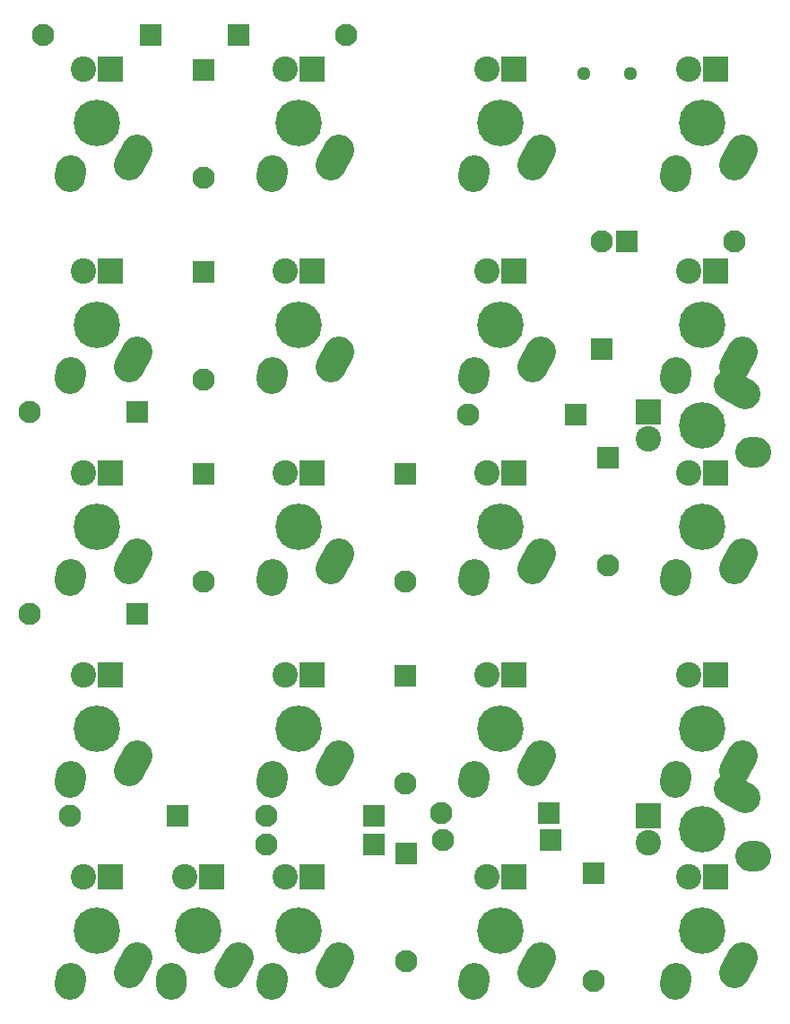
<source format=gts>
G04 #@! TF.FileFunction,Soldermask,Top*
%FSLAX46Y46*%
G04 Gerber Fmt 4.6, Leading zero omitted, Abs format (unit mm)*
G04 Created by KiCad (PCBNEW 4.0.2-stable) date Friday, July 29, 2016 'PMt' 11:21:31 PM*
%MOMM*%
G01*
G04 APERTURE LIST*
%ADD10C,0.150000*%
%ADD11C,2.099260*%
%ADD12R,2.099260X2.099260*%
%ADD13C,4.387810*%
%ADD14C,2.900000*%
%ADD15R,2.400000X2.400000*%
%ADD16C,2.400000*%
%ADD17C,1.299160*%
G04 APERTURE END LIST*
D10*
D11*
X70750000Y-96250000D03*
D12*
X80910000Y-96250000D03*
D13*
X38100000Y-104775000D03*
D14*
X41099547Y-108774954D02*
X41910453Y-107315046D01*
X35560276Y-109854328D02*
X35599724Y-109275672D01*
D15*
X39370000Y-99695000D03*
D16*
X36830000Y-99695000D03*
D13*
X57150000Y-104775000D03*
D14*
X60149547Y-108774954D02*
X60960453Y-107315046D01*
X54610276Y-109854328D02*
X54649724Y-109275672D01*
D15*
X58420000Y-99695000D03*
D16*
X55880000Y-99695000D03*
D13*
X95250000Y-104775000D03*
D14*
X98249547Y-108774954D02*
X99060453Y-107315046D01*
X92710276Y-109854328D02*
X92749724Y-109275672D01*
D15*
X96520000Y-99695000D03*
D16*
X93980000Y-99695000D03*
D13*
X95250000Y-85725000D03*
D14*
X98249547Y-89724954D02*
X99060453Y-88265046D01*
X92710276Y-90804328D02*
X92749724Y-90225672D01*
D15*
X96520000Y-80645000D03*
D16*
X93980000Y-80645000D03*
D13*
X95250000Y-66675000D03*
D14*
X98249547Y-70674954D02*
X99060453Y-69215046D01*
X92710276Y-71754328D02*
X92749724Y-71175672D01*
D15*
X96520000Y-61595000D03*
D16*
X93980000Y-61595000D03*
D13*
X95250000Y-47625000D03*
D14*
X98249547Y-51624954D02*
X99060453Y-50165046D01*
X92710276Y-52704328D02*
X92749724Y-52125672D01*
D15*
X96520000Y-42545000D03*
D16*
X93980000Y-42545000D03*
D13*
X38100000Y-28575000D03*
D14*
X41099547Y-32574954D02*
X41910453Y-31115046D01*
X35560276Y-33654328D02*
X35599724Y-33075672D01*
D15*
X39370000Y-23495000D03*
D16*
X36830000Y-23495000D03*
D11*
X33020000Y-20320000D03*
D12*
X43180000Y-20320000D03*
D13*
X57150000Y-28575000D03*
D14*
X60149547Y-32574954D02*
X60960453Y-31115046D01*
X54610276Y-33654328D02*
X54649724Y-33075672D01*
D15*
X58420000Y-23495000D03*
D16*
X55880000Y-23495000D03*
D11*
X48152540Y-33735520D03*
D12*
X48152540Y-23575520D03*
D13*
X76200000Y-28575000D03*
D14*
X79199547Y-32574954D02*
X80010453Y-31115046D01*
X73660276Y-33654328D02*
X73699724Y-33075672D01*
D15*
X77470000Y-23495000D03*
D16*
X74930000Y-23495000D03*
D11*
X61595000Y-20320000D03*
D12*
X51435000Y-20320000D03*
D13*
X95250000Y-28575000D03*
D14*
X98249547Y-32574954D02*
X99060453Y-31115046D01*
X92710276Y-33654328D02*
X92749724Y-33075672D01*
D15*
X96520000Y-23495000D03*
D16*
X93980000Y-23495000D03*
D11*
X98298000Y-39750000D03*
D12*
X88138000Y-39750000D03*
D13*
X38100000Y-47625000D03*
D14*
X41099547Y-51624954D02*
X41910453Y-50165046D01*
X35560276Y-52704328D02*
X35599724Y-52125672D01*
D15*
X39370000Y-42545000D03*
D16*
X36830000Y-42545000D03*
D11*
X31750000Y-55880000D03*
D12*
X41910000Y-55880000D03*
D13*
X57150000Y-47625000D03*
D14*
X60149547Y-51624954D02*
X60960453Y-50165046D01*
X54610276Y-52704328D02*
X54649724Y-52125672D01*
D15*
X58420000Y-42545000D03*
D16*
X55880000Y-42545000D03*
D11*
X48152540Y-52785520D03*
D12*
X48152540Y-42625520D03*
D13*
X76200000Y-47625000D03*
D14*
X79199547Y-51624954D02*
X80010453Y-50165046D01*
X73660276Y-52704328D02*
X73699724Y-52125672D01*
D15*
X77470000Y-42545000D03*
D16*
X74930000Y-42545000D03*
D11*
X73152000Y-56134000D03*
D12*
X83312000Y-56134000D03*
D13*
X95250000Y-57150000D03*
D14*
X99249954Y-54150453D02*
X97790046Y-53339547D01*
X100329328Y-59689724D02*
X99750672Y-59650276D01*
D15*
X90170000Y-55880000D03*
D16*
X90170000Y-58420000D03*
D11*
X85725000Y-39750000D03*
D12*
X85725000Y-49910000D03*
D13*
X38100000Y-66675000D03*
D14*
X41099547Y-70674954D02*
X41910453Y-69215046D01*
X35560276Y-71754328D02*
X35599724Y-71175672D01*
D15*
X39370000Y-61595000D03*
D16*
X36830000Y-61595000D03*
D11*
X31750000Y-74930000D03*
D12*
X41910000Y-74930000D03*
D13*
X57150000Y-66675000D03*
D14*
X60149547Y-70674954D02*
X60960453Y-69215046D01*
X54610276Y-71754328D02*
X54649724Y-71175672D01*
D15*
X58420000Y-61595000D03*
D16*
X55880000Y-61595000D03*
D11*
X48152540Y-71835520D03*
D12*
X48152540Y-61675520D03*
D13*
X76200000Y-66675000D03*
D14*
X79199547Y-70674954D02*
X80010453Y-69215046D01*
X73660276Y-71754328D02*
X73699724Y-71175672D01*
D15*
X77470000Y-61595000D03*
D16*
X74930000Y-61595000D03*
D11*
X67202540Y-71835520D03*
D12*
X67202540Y-61675520D03*
D13*
X38100000Y-85725000D03*
D14*
X41099547Y-89724954D02*
X41910453Y-88265046D01*
X35560276Y-90804328D02*
X35599724Y-90225672D01*
D15*
X39370000Y-80645000D03*
D16*
X36830000Y-80645000D03*
D11*
X86360000Y-70358000D03*
D12*
X86360000Y-60198000D03*
D13*
X57150000Y-85725000D03*
D14*
X60149547Y-89724954D02*
X60960453Y-88265046D01*
X54610276Y-90804328D02*
X54649724Y-90225672D01*
D15*
X58420000Y-80645000D03*
D16*
X55880000Y-80645000D03*
D11*
X35496500Y-94000000D03*
D12*
X45656500Y-94000000D03*
D13*
X76200000Y-85725000D03*
D14*
X79199547Y-89724954D02*
X80010453Y-88265046D01*
X73660276Y-90804328D02*
X73699724Y-90225672D01*
D15*
X77470000Y-80645000D03*
D16*
X74930000Y-80645000D03*
D11*
X67202540Y-90885520D03*
D12*
X67202540Y-80725520D03*
D11*
X70612000Y-93726000D03*
D12*
X80772000Y-93726000D03*
D13*
X47625000Y-104775000D03*
D14*
X50624547Y-108774954D02*
X51435453Y-107315046D01*
X45085276Y-109854328D02*
X45124724Y-109275672D01*
D15*
X48895000Y-99695000D03*
D16*
X46355000Y-99695000D03*
D13*
X76200000Y-104775000D03*
D14*
X79199547Y-108774954D02*
X80010453Y-107315046D01*
X73660276Y-109854328D02*
X73699724Y-109275672D01*
D15*
X77470000Y-99695000D03*
D16*
X74930000Y-99695000D03*
D11*
X54089480Y-93980000D03*
D12*
X64249480Y-93980000D03*
D13*
X95250000Y-95250000D03*
D14*
X99249954Y-92250453D02*
X97790046Y-91439547D01*
X100329328Y-97789724D02*
X99750672Y-97750276D01*
D15*
X90170000Y-93980000D03*
D16*
X90170000Y-96520000D03*
D11*
X54102000Y-96647000D03*
D12*
X64262000Y-96647000D03*
D11*
X67250000Y-107696000D03*
D12*
X67250000Y-97536000D03*
D11*
X85002540Y-109500000D03*
D12*
X85002540Y-99340000D03*
D17*
X84033360Y-23964900D03*
X88432640Y-23964900D03*
M02*

</source>
